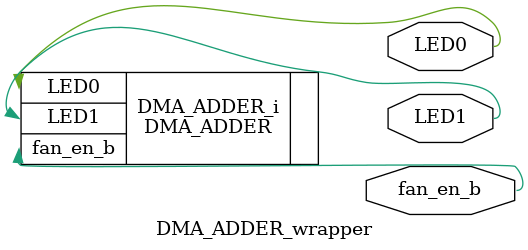
<source format=v>
`timescale 1 ps / 1 ps

module DMA_ADDER_wrapper
   (LED0,
    LED1,
    fan_en_b);
  output [0:0]LED0;
  output [0:0]LED1;
  output [0:0]fan_en_b;

  wire [0:0]LED0;
  wire [0:0]LED1;
  wire [0:0]fan_en_b;

  DMA_ADDER DMA_ADDER_i
       (.LED0(LED0),
        .LED1(LED1),
        .fan_en_b(fan_en_b));
endmodule

</source>
